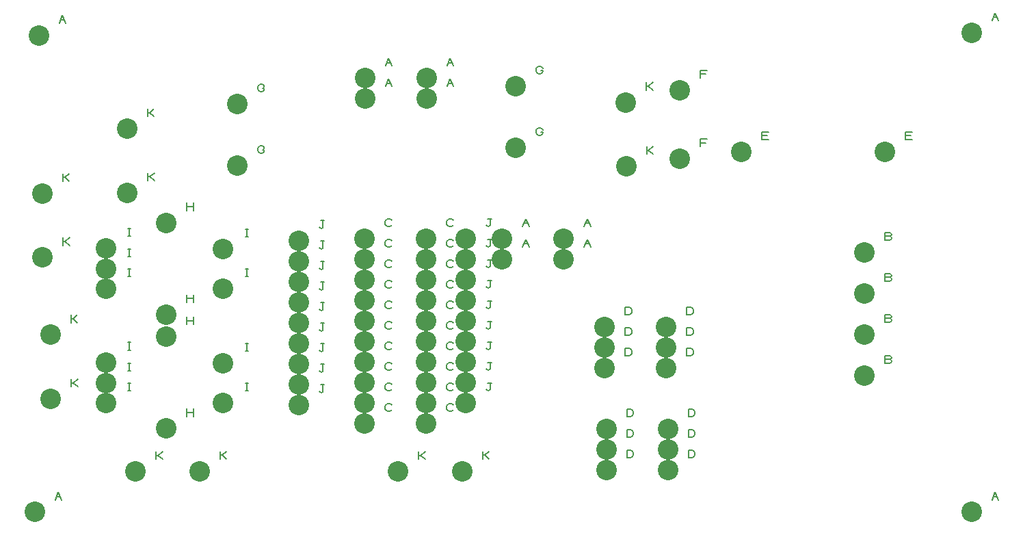
<source format=gbr>
%FSLAX35Y35*%
%MOIN*%
G04 EasyPC Gerber Version 18.0.8 Build 3632 *
%ADD77C,0.00500*%
%ADD132C,0.10000*%
X0Y0D02*
D02*
D77*
X22077Y15243D02*
X23639Y18993D01*
X25202Y15243*
X22702Y16805D02*
X24577D01*
X24045Y247526D02*
X25608Y251276D01*
X27170Y247526*
X24670Y249089D02*
X26545D01*
X25876Y170479D02*
Y174229D01*
Y172354D02*
X26813D01*
X29001Y174229*
X26813Y172354D02*
X29001Y170479D01*
X26014Y139258D02*
Y143008D01*
Y141133D02*
X26951D01*
X29139Y143008*
X26951Y141133D02*
X29139Y139258D01*
X29813Y101581D02*
Y105331D01*
Y103456D02*
X30750D01*
X32938Y105331*
X30750Y103456D02*
X32938Y101581D01*
X29951Y70361D02*
Y74111D01*
Y72236D02*
X30888D01*
X33076Y74111*
X30888Y72236D02*
X33076Y70361D01*
X57660Y68491D02*
X58910D01*
X58285D02*
Y72241D01*
X57660D02*
X58910D01*
X57660Y78136D02*
X58910D01*
X58285D02*
Y81886D01*
X57660D02*
X58910D01*
X57660Y88176D02*
X58910D01*
X58285D02*
Y91926D01*
X57660D02*
X58910D01*
X57660Y124002D02*
X58910D01*
X58285D02*
Y127752D01*
X57660D02*
X58910D01*
X57660Y133648D02*
X58910D01*
X58285D02*
Y137398D01*
X57660D02*
X58910D01*
X57660Y143687D02*
X58910D01*
X58285D02*
Y147437D01*
X57660D02*
X58910D01*
X67215Y201975D02*
Y205725D01*
Y203850D02*
X68152D01*
X70340Y205725*
X68152Y203850D02*
X70340Y201975D01*
X67352Y170754D02*
Y174504D01*
Y172630D02*
X68290D01*
X70478Y174504*
X68290Y172630D02*
X70478Y170754D01*
X71289Y34928D02*
Y38678D01*
Y36803D02*
X72227D01*
X74415Y38678*
X72227Y36803D02*
X74415Y34928D01*
X86250Y55892D02*
Y59642D01*
Y57767D02*
X89375D01*
Y55892D02*
Y59642D01*
X86250Y100676D02*
Y104426D01*
Y102551D02*
X89375D01*
Y100676D02*
Y104426D01*
X86250Y111404D02*
Y115154D01*
Y113279D02*
X89375D01*
Y111404D02*
Y115154D01*
X86250Y156187D02*
Y159937D01*
Y158063D02*
X89375D01*
Y156187D02*
Y159937D01*
X102510Y35065D02*
Y38815D01*
Y36941D02*
X103447D01*
X105635Y38815*
X103447Y36941D02*
X105635Y35065D01*
X114943Y68491D02*
X116193D01*
X115569D02*
Y72241D01*
X114943D02*
X116193D01*
X114943Y87782D02*
X116193D01*
X115569D02*
Y91532D01*
X114943D02*
X116193D01*
X114943Y124002D02*
X116193D01*
X115569D02*
Y127752D01*
X114943D02*
X116193D01*
X114943Y143294D02*
X116193D01*
X115569D02*
Y147044D01*
X114943D02*
X116193D01*
X123083Y185624D02*
X124021D01*
Y185311*
X123708Y184687*
X123396Y184374*
X122771Y184061*
X122146*
X121521Y184374*
X121208Y184687*
X120896Y185311*
Y186561*
X121208Y187187*
X121521Y187499*
X122146Y187811*
X122771*
X123396Y187499*
X123708Y187187*
X124021Y186561*
X123083Y215624D02*
X124021D01*
Y215311*
X123708Y214687*
X123396Y214374*
X122771Y214061*
X122146*
X121521Y214374*
X121208Y214687*
X120896Y215311*
Y216561*
X121208Y217187*
X121521Y217499*
X122146Y217811*
X122771*
X123396Y217499*
X123708Y217187*
X124021Y216561*
X150817Y68151D02*
X151130Y67839D01*
X151754Y67526*
X152380Y67839*
X152692Y68151*
Y71276*
X153317*
X152692D02*
X151442D01*
X150817Y78151D02*
X151130Y77839D01*
X151754Y77526*
X152380Y77839*
X152692Y78151*
Y81276*
X153317*
X152692D02*
X151442D01*
X150817Y88151D02*
X151130Y87839D01*
X151754Y87526*
X152380Y87839*
X152692Y88151*
Y91276*
X153317*
X152692D02*
X151442D01*
X150817Y98151D02*
X151130Y97839D01*
X151754Y97526*
X152380Y97839*
X152692Y98151*
Y101276*
X153317*
X152692D02*
X151442D01*
X150817Y108151D02*
X151130Y107839D01*
X151754Y107526*
X152380Y107839*
X152692Y108151*
Y111276*
X153317*
X152692D02*
X151442D01*
X150817Y118151D02*
X151130Y117839D01*
X151754Y117526*
X152380Y117839*
X152692Y118151*
Y121276*
X153317*
X152692D02*
X151442D01*
X150817Y128151D02*
X151130Y127839D01*
X151754Y127526*
X152380Y127839*
X152692Y128151*
Y131276*
X153317*
X152692D02*
X151442D01*
X150817Y138151D02*
X151130Y137839D01*
X151754Y137526*
X152380Y137839*
X152692Y138151*
Y141276*
X153317*
X152692D02*
X151442D01*
X150817Y148151D02*
X151130Y147839D01*
X151754Y147526*
X152380Y147839*
X152692Y148151*
Y151276*
X153317*
X152692D02*
X151442D01*
X186147Y58939D02*
X185834Y58626D01*
X185209Y58313*
X184272*
X183647Y58626*
X183334Y58939*
X183022Y59563*
Y60813*
X183334Y61439*
X183647Y61751*
X184272Y62063*
X185209*
X185834Y61751*
X186147Y61439*
Y68939D02*
X185834Y68626D01*
X185209Y68313*
X184272*
X183647Y68626*
X183334Y68939*
X183022Y69563*
Y70813*
X183334Y71439*
X183647Y71751*
X184272Y72063*
X185209*
X185834Y71751*
X186147Y71439*
Y78939D02*
X185834Y78626D01*
X185209Y78313*
X184272*
X183647Y78626*
X183334Y78939*
X183022Y79563*
Y80813*
X183334Y81439*
X183647Y81751*
X184272Y82063*
X185209*
X185834Y81751*
X186147Y81439*
Y88939D02*
X185834Y88626D01*
X185209Y88313*
X184272*
X183647Y88626*
X183334Y88939*
X183022Y89563*
Y90813*
X183334Y91439*
X183647Y91751*
X184272Y92063*
X185209*
X185834Y91751*
X186147Y91439*
Y98939D02*
X185834Y98626D01*
X185209Y98313*
X184272*
X183647Y98626*
X183334Y98939*
X183022Y99563*
Y100813*
X183334Y101439*
X183647Y101751*
X184272Y102063*
X185209*
X185834Y101751*
X186147Y101439*
Y108939D02*
X185834Y108626D01*
X185209Y108313*
X184272*
X183647Y108626*
X183334Y108939*
X183022Y109563*
Y110813*
X183334Y111439*
X183647Y111751*
X184272Y112063*
X185209*
X185834Y111751*
X186147Y111439*
Y118939D02*
X185834Y118626D01*
X185209Y118313*
X184272*
X183647Y118626*
X183334Y118939*
X183022Y119563*
Y120813*
X183334Y121439*
X183647Y121751*
X184272Y122063*
X185209*
X185834Y121751*
X186147Y121439*
Y128939D02*
X185834Y128626D01*
X185209Y128313*
X184272*
X183647Y128626*
X183334Y128939*
X183022Y129563*
Y130813*
X183334Y131439*
X183647Y131751*
X184272Y132063*
X185209*
X185834Y131751*
X186147Y131439*
Y138939D02*
X185834Y138626D01*
X185209Y138313*
X184272*
X183647Y138626*
X183334Y138939*
X183022Y139563*
Y140813*
X183334Y141439*
X183647Y141751*
X184272Y142063*
X185209*
X185834Y141751*
X186147Y141439*
Y148939D02*
X185834Y148626D01*
X185209Y148313*
X184272*
X183647Y148626*
X183334Y148939*
X183022Y149563*
Y150813*
X183334Y151439*
X183647Y151751*
X184272Y152063*
X185209*
X185834Y151751*
X186147Y151439*
X183100Y216660D02*
X184663Y220410D01*
X186226Y216660*
X183726Y218222D02*
X185600D01*
X183100Y226660D02*
X184663Y230410D01*
X186226Y226660*
X183726Y228222D02*
X185600D01*
X199242Y34928D02*
Y38678D01*
Y36803D02*
X200180D01*
X202367Y38678*
X200180Y36803D02*
X202367Y34928D01*
X216147Y58939D02*
X215834Y58626D01*
X215209Y58313*
X214272*
X213647Y58626*
X213334Y58939*
X213022Y59563*
Y60813*
X213334Y61439*
X213647Y61751*
X214272Y62063*
X215209*
X215834Y61751*
X216147Y61439*
Y68939D02*
X215834Y68626D01*
X215209Y68313*
X214272*
X213647Y68626*
X213334Y68939*
X213022Y69563*
Y70813*
X213334Y71439*
X213647Y71751*
X214272Y72063*
X215209*
X215834Y71751*
X216147Y71439*
Y78939D02*
X215834Y78626D01*
X215209Y78313*
X214272*
X213647Y78626*
X213334Y78939*
X213022Y79563*
Y80813*
X213334Y81439*
X213647Y81751*
X214272Y82063*
X215209*
X215834Y81751*
X216147Y81439*
Y88939D02*
X215834Y88626D01*
X215209Y88313*
X214272*
X213647Y88626*
X213334Y88939*
X213022Y89563*
Y90813*
X213334Y91439*
X213647Y91751*
X214272Y92063*
X215209*
X215834Y91751*
X216147Y91439*
Y98939D02*
X215834Y98626D01*
X215209Y98313*
X214272*
X213647Y98626*
X213334Y98939*
X213022Y99563*
Y100813*
X213334Y101439*
X213647Y101751*
X214272Y102063*
X215209*
X215834Y101751*
X216147Y101439*
Y108939D02*
X215834Y108626D01*
X215209Y108313*
X214272*
X213647Y108626*
X213334Y108939*
X213022Y109563*
Y110813*
X213334Y111439*
X213647Y111751*
X214272Y112063*
X215209*
X215834Y111751*
X216147Y111439*
Y118939D02*
X215834Y118626D01*
X215209Y118313*
X214272*
X213647Y118626*
X213334Y118939*
X213022Y119563*
Y120813*
X213334Y121439*
X213647Y121751*
X214272Y122063*
X215209*
X215834Y121751*
X216147Y121439*
Y128939D02*
X215834Y128626D01*
X215209Y128313*
X214272*
X213647Y128626*
X213334Y128939*
X213022Y129563*
Y130813*
X213334Y131439*
X213647Y131751*
X214272Y132063*
X215209*
X215834Y131751*
X216147Y131439*
Y138939D02*
X215834Y138626D01*
X215209Y138313*
X214272*
X213647Y138626*
X213334Y138939*
X213022Y139563*
Y140813*
X213334Y141439*
X213647Y141751*
X214272Y142063*
X215209*
X215834Y141751*
X216147Y141439*
Y148939D02*
X215834Y148626D01*
X215209Y148313*
X214272*
X213647Y148626*
X213334Y148939*
X213022Y149563*
Y150813*
X213334Y151439*
X213647Y151751*
X214272Y152063*
X215209*
X215834Y151751*
X216147Y151439*
X213100Y216660D02*
X214663Y220410D01*
X216226Y216660*
X213726Y218222D02*
X215600D01*
X213100Y226660D02*
X214663Y230410D01*
X216226Y226660*
X213726Y228222D02*
X215600D01*
X230463Y35065D02*
Y38815D01*
Y36941D02*
X231400D01*
X233588Y38815*
X231400Y36941D02*
X233588Y35065D01*
X232313Y68939D02*
X232626Y68626D01*
X233250Y68313*
X233876Y68626*
X234188Y68939*
Y72063*
X234813*
X234188D02*
X232938D01*
X232313Y78939D02*
X232626Y78626D01*
X233250Y78313*
X233876Y78626*
X234188Y78939*
Y82063*
X234813*
X234188D02*
X232938D01*
X232313Y88939D02*
X232626Y88626D01*
X233250Y88313*
X233876Y88626*
X234188Y88939*
Y92063*
X234813*
X234188D02*
X232938D01*
X232313Y98939D02*
X232626Y98626D01*
X233250Y98313*
X233876Y98626*
X234188Y98939*
Y102063*
X234813*
X234188D02*
X232938D01*
X232313Y108939D02*
X232626Y108626D01*
X233250Y108313*
X233876Y108626*
X234188Y108939*
Y112063*
X234813*
X234188D02*
X232938D01*
X232313Y118939D02*
X232626Y118626D01*
X233250Y118313*
X233876Y118626*
X234188Y118939*
Y122063*
X234813*
X234188D02*
X232938D01*
X232313Y128939D02*
X232626Y128626D01*
X233250Y128313*
X233876Y128626*
X234188Y128939*
Y132063*
X234813*
X234188D02*
X232938D01*
X232313Y138939D02*
X232626Y138626D01*
X233250Y138313*
X233876Y138626*
X234188Y138939*
Y142063*
X234813*
X234188D02*
X232938D01*
X232313Y148939D02*
X232626Y148626D01*
X233250Y148313*
X233876Y148626*
X234188Y148939*
Y152063*
X234813*
X234188D02*
X232938D01*
X249951Y138471D02*
X251513Y142221D01*
X253076Y138471*
X250576Y140033D02*
X252451D01*
X249951Y148471D02*
X251513Y152221D01*
X253076Y148471*
X250576Y150033D02*
X252451D01*
X258831Y194364D02*
X259769D01*
Y194052*
X259456Y193427*
X259144Y193114*
X258519Y192802*
X257894*
X257269Y193114*
X256956Y193427*
X256644Y194052*
Y195302*
X256956Y195927*
X257269Y196239*
X257894Y196552*
X258519*
X259144Y196239*
X259456Y195927*
X259769Y195302*
X258831Y224364D02*
X259769D01*
Y224052*
X259456Y223427*
X259144Y223114*
X258519Y222802*
X257894*
X257269Y223114*
X256956Y223427*
X256644Y224052*
Y225302*
X256956Y225927*
X257269Y226239*
X257894Y226552*
X258519*
X259144Y226239*
X259456Y225927*
X259769Y225302*
X279951Y138471D02*
X281513Y142221D01*
X283076Y138471*
X280576Y140033D02*
X282451D01*
X279951Y148471D02*
X281513Y152221D01*
X283076Y148471*
X280576Y150033D02*
X282451D01*
X299951Y85321D02*
Y89071D01*
X301826*
X302451Y88759*
X302763Y88446*
X303076Y87821*
Y86571*
X302763Y85946*
X302451Y85634*
X301826Y85321*
X299951*
Y95321D02*
Y99071D01*
X301826*
X302451Y98759*
X302763Y98446*
X303076Y97821*
Y96571*
X302763Y95946*
X302451Y95634*
X301826Y95321*
X299951*
Y105321D02*
Y109071D01*
X301826*
X302451Y108759*
X302763Y108446*
X303076Y107821*
Y106571*
X302763Y105946*
X302451Y105634*
X301826Y105321*
X299951*
X300738Y35715D02*
Y39465D01*
X302613*
X303238Y39153*
X303551Y38840*
X303863Y38215*
Y36965*
X303551Y36340*
X303238Y36028*
X302613Y35715*
X300738*
Y45715D02*
Y49465D01*
X302613*
X303238Y49153*
X303551Y48840*
X303863Y48215*
Y46965*
X303551Y46340*
X303238Y46028*
X302613Y45715*
X300738*
Y55715D02*
Y59465D01*
X302613*
X303238Y59153*
X303551Y58840*
X303863Y58215*
Y56965*
X303551Y56340*
X303238Y56028*
X302613Y55715*
X300738*
X310266Y214849D02*
Y218599D01*
Y216724D02*
X311203D01*
X313391Y218599*
X311203Y216724D02*
X313391Y214849D01*
X310404Y183628D02*
Y187378D01*
Y185504D02*
X311341D01*
X313529Y187378*
X311341Y185504D02*
X313529Y183628D01*
X329951Y85321D02*
Y89071D01*
X331826*
X332451Y88759*
X332763Y88446*
X333076Y87821*
Y86571*
X332763Y85946*
X332451Y85634*
X331826Y85321*
X329951*
Y95321D02*
Y99071D01*
X331826*
X332451Y98759*
X332763Y98446*
X333076Y97821*
Y96571*
X332763Y95946*
X332451Y95634*
X331826Y95321*
X329951*
Y105321D02*
Y109071D01*
X331826*
X332451Y108759*
X332763Y108446*
X333076Y107821*
Y106571*
X332763Y105946*
X332451Y105634*
X331826Y105321*
X329951*
X330738Y35715D02*
Y39465D01*
X332613*
X333238Y39153*
X333551Y38840*
X333863Y38215*
Y36965*
X333551Y36340*
X333238Y36028*
X332613Y35715*
X330738*
Y45715D02*
Y49465D01*
X332613*
X333238Y49153*
X333551Y48840*
X333863Y48215*
Y46965*
X333551Y46340*
X333238Y46028*
X332613Y45715*
X330738*
Y55715D02*
Y59465D01*
X332613*
X333238Y59153*
X333551Y58840*
X333863Y58215*
Y56965*
X333551Y56340*
X333238Y56028*
X332613Y55715*
X330738*
X336644Y187290D02*
Y191040D01*
X339769*
X339144Y189165D02*
X336644D01*
Y220754D02*
Y224504D01*
X339769*
X339144Y222630D02*
X336644D01*
X366644Y190754D02*
Y194504D01*
X369769*
X369144Y192630D02*
X366644D01*
Y190754D02*
X369769D01*
X428831Y83630D02*
X429456Y83317D01*
X429769Y82692*
X429456Y82067*
X428831Y81754*
X426644*
Y85504*
X428831*
X429456Y85192*
X429769Y84567*
X429456Y83942*
X428831Y83630*
X426644*
X428831Y103630D02*
X429456Y103317D01*
X429769Y102692*
X429456Y102067*
X428831Y101754*
X426644*
Y105504*
X428831*
X429456Y105192*
X429769Y104567*
X429456Y103942*
X428831Y103630*
X426644*
X428831Y123630D02*
X429456Y123317D01*
X429769Y122692*
X429456Y122067*
X428831Y121754*
X426644*
Y125504*
X428831*
X429456Y125192*
X429769Y124567*
X429456Y123942*
X428831Y123630*
X426644*
X428831Y143630D02*
X429456Y143317D01*
X429769Y142692*
X429456Y142067*
X428831Y141754*
X426644*
Y145504*
X428831*
X429456Y145192*
X429769Y144567*
X429456Y143942*
X428831Y143630*
X426644*
X436644Y190754D02*
Y194504D01*
X439769*
X439144Y192630D02*
X436644D01*
Y190754D02*
X439769D01*
X478770Y15243D02*
X480332Y18993D01*
X481895Y15243*
X479395Y16805D02*
X481270D01*
X478770Y248707D02*
X480332Y252457D01*
X481895Y248707*
X479395Y250270D02*
X481270D01*
D02*
D132*
X12077Y9305D03*
X14045Y241589D03*
X15876Y164541D03*
X16014Y133321D03*
X19813Y95644D03*
X19951Y64423D03*
X46722Y62553D03*
Y72199D03*
Y82238D03*
Y118065D03*
Y127711D03*
Y137750D03*
X57215Y196037D03*
X57352Y164817D03*
X61289Y28990D03*
X76250Y49955D03*
Y94738D03*
Y105467D03*
Y150250D03*
X92510Y29128D03*
X104006Y62553D03*
Y81844D03*
Y118065D03*
Y137356D03*
X110896Y178124D03*
Y208124D03*
X140817Y61589D03*
Y71589D03*
Y81589D03*
Y91589D03*
Y101589D03*
Y111589D03*
Y121589D03*
Y131589D03*
Y141589D03*
X173022Y52376D03*
Y62376D03*
Y72376D03*
Y82376D03*
Y92376D03*
Y102376D03*
Y112376D03*
Y122376D03*
Y132376D03*
Y142376D03*
X173100Y210722D03*
Y220722D03*
X189242Y28990D03*
X203022Y52376D03*
Y62376D03*
Y72376D03*
Y82376D03*
Y92376D03*
Y102376D03*
Y112376D03*
Y122376D03*
Y132376D03*
Y142376D03*
X203100Y210722D03*
Y220722D03*
X220463Y29128D03*
X222313Y62376D03*
Y72376D03*
Y82376D03*
Y92376D03*
Y102376D03*
Y112376D03*
Y122376D03*
Y132376D03*
Y142376D03*
X239951Y132533D03*
Y142533D03*
X246644Y186864D03*
Y216864D03*
X269951Y132533D03*
Y142533D03*
X289951Y79384D03*
Y89384D03*
Y99384D03*
X290738Y29778D03*
Y39778D03*
Y49778D03*
X300266Y208911D03*
X300404Y177691D03*
X319951Y79384D03*
Y89384D03*
Y99384D03*
X320738Y29778D03*
Y39778D03*
Y49778D03*
X326644Y181352D03*
Y214817D03*
X356644Y184817D03*
X416644Y75817D03*
Y95817D03*
Y115817D03*
Y135817D03*
X426644Y184817D03*
X468770Y9305D03*
Y242770D03*
X0Y0D02*
M02*

</source>
